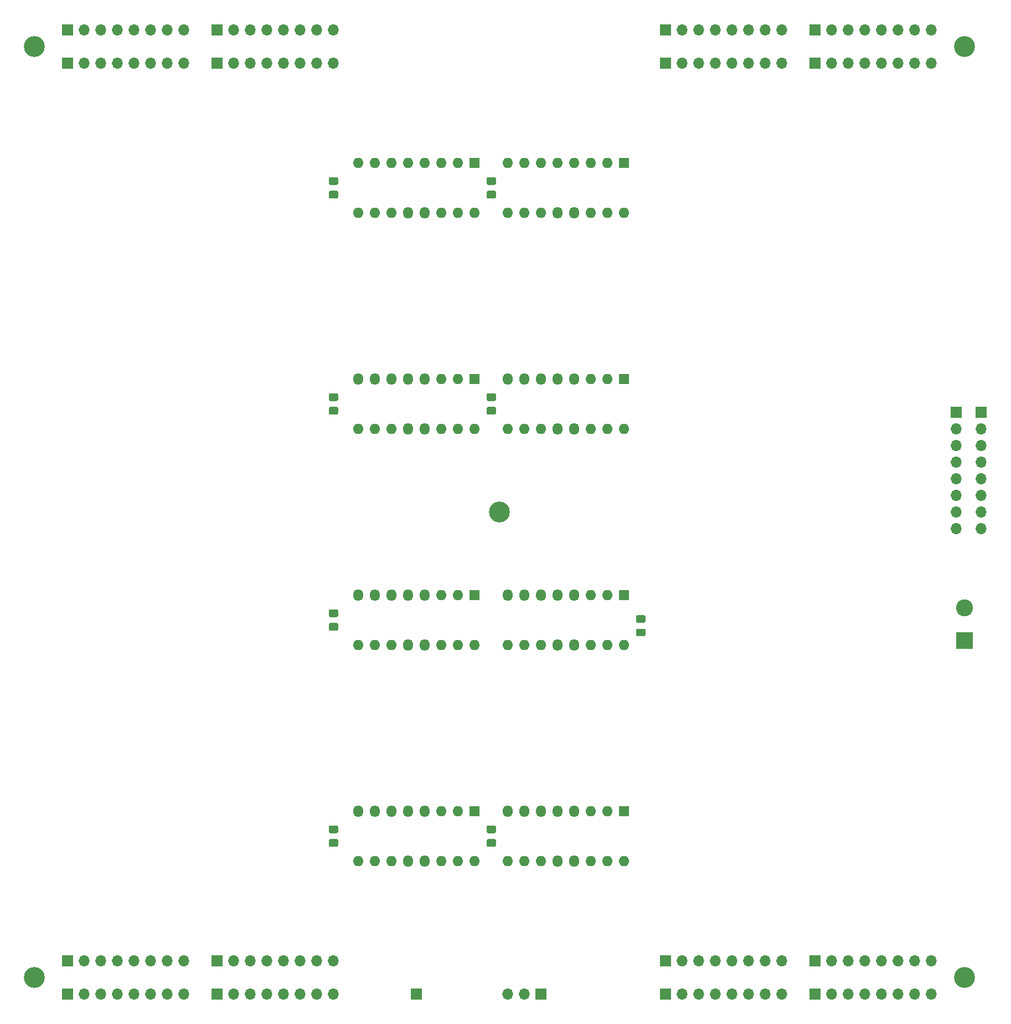
<source format=gbr>
%TF.GenerationSoftware,KiCad,Pcbnew,(5.1.8)-1*%
%TF.CreationDate,2022-06-07T22:38:19+03:00*%
%TF.ProjectId,MUX,4d55582e-6b69-4636-9164-5f7063625858,rev?*%
%TF.SameCoordinates,Original*%
%TF.FileFunction,Soldermask,Top*%
%TF.FilePolarity,Negative*%
%FSLAX46Y46*%
G04 Gerber Fmt 4.6, Leading zero omitted, Abs format (unit mm)*
G04 Created by KiCad (PCBNEW (5.1.8)-1) date 2022-06-07 22:38:19*
%MOMM*%
%LPD*%
G01*
G04 APERTURE LIST*
%ADD10R,1.700000X1.700000*%
%ADD11O,1.700000X1.700000*%
%ADD12R,1.600000X1.600000*%
%ADD13O,1.600000X1.600000*%
%ADD14O,1.500000X1.800000*%
%ADD15R,2.600000X2.600000*%
%ADD16C,2.600000*%
%ADD17C,3.200000*%
G04 APERTURE END LIST*
D10*
%TO.C,J1*%
X39370000Y-35560000D03*
D11*
X41910000Y-35560000D03*
X44450000Y-35560000D03*
X46990000Y-35560000D03*
X49530000Y-35560000D03*
X52070000Y-35560000D03*
X54610000Y-35560000D03*
X57150000Y-35560000D03*
%TD*%
D10*
%TO.C,J2*%
X130810000Y-35560000D03*
D11*
X133350000Y-35560000D03*
X135890000Y-35560000D03*
X138430000Y-35560000D03*
X140970000Y-35560000D03*
X143510000Y-35560000D03*
X146050000Y-35560000D03*
X148590000Y-35560000D03*
%TD*%
%TO.C,J3*%
X57150000Y-177800000D03*
X54610000Y-177800000D03*
X52070000Y-177800000D03*
X49530000Y-177800000D03*
X46990000Y-177800000D03*
X44450000Y-177800000D03*
X41910000Y-177800000D03*
D10*
X39370000Y-177800000D03*
%TD*%
D11*
%TO.C,J4*%
X148590000Y-177800000D03*
X146050000Y-177800000D03*
X143510000Y-177800000D03*
X140970000Y-177800000D03*
X138430000Y-177800000D03*
X135890000Y-177800000D03*
X133350000Y-177800000D03*
D10*
X130810000Y-177800000D03*
%TD*%
%TO.C,J5*%
X62230000Y-30480000D03*
D11*
X64770000Y-30480000D03*
X67310000Y-30480000D03*
X69850000Y-30480000D03*
X72390000Y-30480000D03*
X74930000Y-30480000D03*
X77470000Y-30480000D03*
X80010000Y-30480000D03*
%TD*%
D10*
%TO.C,J6*%
X153670000Y-30480000D03*
D11*
X156210000Y-30480000D03*
X158750000Y-30480000D03*
X161290000Y-30480000D03*
X163830000Y-30480000D03*
X166370000Y-30480000D03*
X168910000Y-30480000D03*
X171450000Y-30480000D03*
%TD*%
%TO.C,J7*%
X80010000Y-177800000D03*
X77470000Y-177800000D03*
X74930000Y-177800000D03*
X72390000Y-177800000D03*
X69850000Y-177800000D03*
X67310000Y-177800000D03*
X64770000Y-177800000D03*
D10*
X62230000Y-177800000D03*
%TD*%
D11*
%TO.C,J8*%
X171450000Y-172720000D03*
X168910000Y-172720000D03*
X166370000Y-172720000D03*
X163830000Y-172720000D03*
X161290000Y-172720000D03*
X158750000Y-172720000D03*
X156210000Y-172720000D03*
D10*
X153670000Y-172720000D03*
%TD*%
D12*
%TO.C,U1*%
X101600000Y-50800000D03*
D13*
X83820000Y-58420000D03*
X99060000Y-50800000D03*
X86360000Y-58420000D03*
X96520000Y-50800000D03*
X88900000Y-58420000D03*
X93980000Y-50800000D03*
D14*
X91440000Y-58420000D03*
D13*
X91440000Y-50800000D03*
D14*
X93980000Y-58420000D03*
D13*
X88900000Y-50800000D03*
X96520000Y-58420000D03*
X86360000Y-50800000D03*
X99060000Y-58420000D03*
X83820000Y-50800000D03*
X101600000Y-58420000D03*
%TD*%
%TO.C,U2*%
X124460000Y-58420000D03*
X106680000Y-50800000D03*
X121920000Y-58420000D03*
X109220000Y-50800000D03*
X119380000Y-58420000D03*
X111760000Y-50800000D03*
D14*
X116840000Y-58420000D03*
D13*
X114300000Y-50800000D03*
D14*
X114300000Y-58420000D03*
D13*
X116840000Y-50800000D03*
X111760000Y-58420000D03*
X119380000Y-50800000D03*
X109220000Y-58420000D03*
X121920000Y-50800000D03*
X106680000Y-58420000D03*
D12*
X124460000Y-50800000D03*
%TD*%
%TO.C,U3*%
X101600000Y-83820000D03*
D13*
X83820000Y-91440000D03*
X99060000Y-83820000D03*
X86360000Y-91440000D03*
X96520000Y-83820000D03*
X88900000Y-91440000D03*
D14*
X93980000Y-83820000D03*
X91440000Y-91440000D03*
X91440000Y-83820000D03*
X93980000Y-91440000D03*
X88900000Y-83820000D03*
D13*
X96520000Y-91440000D03*
D14*
X86360000Y-83820000D03*
D13*
X99060000Y-91440000D03*
D14*
X83820000Y-83820000D03*
D13*
X101600000Y-91440000D03*
%TD*%
%TO.C,U4*%
X124460000Y-91440000D03*
D14*
X106680000Y-83820000D03*
D13*
X121920000Y-91440000D03*
D14*
X109220000Y-83820000D03*
D13*
X119380000Y-91440000D03*
D14*
X111760000Y-83820000D03*
X116840000Y-91440000D03*
X114300000Y-83820000D03*
X114300000Y-91440000D03*
X116840000Y-83820000D03*
D13*
X111760000Y-91440000D03*
X119380000Y-83820000D03*
X109220000Y-91440000D03*
X121920000Y-83820000D03*
X106680000Y-91440000D03*
D12*
X124460000Y-83820000D03*
%TD*%
%TO.C,U5*%
X101600000Y-116840000D03*
D13*
X83820000Y-124460000D03*
X99060000Y-116840000D03*
X86360000Y-124460000D03*
X96520000Y-116840000D03*
X88900000Y-124460000D03*
D14*
X93980000Y-116840000D03*
X91440000Y-124460000D03*
X91440000Y-116840000D03*
X93980000Y-124460000D03*
X88900000Y-116840000D03*
D13*
X96520000Y-124460000D03*
D14*
X86360000Y-116840000D03*
D13*
X99060000Y-124460000D03*
D14*
X83820000Y-116840000D03*
D13*
X101600000Y-124460000D03*
%TD*%
%TO.C,U6*%
X124460000Y-124460000D03*
D14*
X106680000Y-116840000D03*
D13*
X121920000Y-124460000D03*
D14*
X109220000Y-116840000D03*
D13*
X119380000Y-124460000D03*
D14*
X111760000Y-116840000D03*
X116840000Y-124460000D03*
X114300000Y-116840000D03*
X114300000Y-124460000D03*
X116840000Y-116840000D03*
D13*
X111760000Y-124460000D03*
X119380000Y-116840000D03*
X109220000Y-124460000D03*
X121920000Y-116840000D03*
X106680000Y-124460000D03*
D12*
X124460000Y-116840000D03*
%TD*%
%TO.C,U7*%
X101600000Y-149860000D03*
D13*
X83820000Y-157480000D03*
X99060000Y-149860000D03*
X86360000Y-157480000D03*
X96520000Y-149860000D03*
X88900000Y-157480000D03*
D14*
X93980000Y-149860000D03*
X91440000Y-157480000D03*
X91440000Y-149860000D03*
X93980000Y-157480000D03*
X88900000Y-149860000D03*
D13*
X96520000Y-157480000D03*
D14*
X86360000Y-149860000D03*
D13*
X99060000Y-157480000D03*
D14*
X83820000Y-149860000D03*
D13*
X101600000Y-157480000D03*
%TD*%
%TO.C,U8*%
X124460000Y-157480000D03*
D14*
X106680000Y-149860000D03*
D13*
X121920000Y-157480000D03*
D14*
X109220000Y-149860000D03*
D13*
X119380000Y-157480000D03*
D14*
X111760000Y-149860000D03*
X116840000Y-157480000D03*
X114300000Y-149860000D03*
X114300000Y-157480000D03*
X116840000Y-149860000D03*
D13*
X111760000Y-157480000D03*
X119380000Y-149860000D03*
X109220000Y-157480000D03*
X121920000Y-149860000D03*
X106680000Y-157480000D03*
D12*
X124460000Y-149860000D03*
%TD*%
D15*
%TO.C,J9*%
X176530000Y-123825000D03*
D16*
X176530000Y-118825000D03*
%TD*%
D10*
%TO.C,J10*%
X111760000Y-177800000D03*
D11*
X109220000Y-177800000D03*
X106680000Y-177800000D03*
%TD*%
D10*
%TO.C,J11*%
X175260000Y-88900000D03*
D11*
X175260000Y-91440000D03*
X175260000Y-93980000D03*
X175260000Y-96520000D03*
X175260000Y-99060000D03*
X175260000Y-101600000D03*
X175260000Y-104140000D03*
X175260000Y-106680000D03*
%TD*%
%TO.C,C1*%
G36*
G01*
X80485000Y-56235000D02*
X79535000Y-56235000D01*
G75*
G02*
X79285000Y-55985000I0J250000D01*
G01*
X79285000Y-55310000D01*
G75*
G02*
X79535000Y-55060000I250000J0D01*
G01*
X80485000Y-55060000D01*
G75*
G02*
X80735000Y-55310000I0J-250000D01*
G01*
X80735000Y-55985000D01*
G75*
G02*
X80485000Y-56235000I-250000J0D01*
G01*
G37*
G36*
G01*
X80485000Y-54160000D02*
X79535000Y-54160000D01*
G75*
G02*
X79285000Y-53910000I0J250000D01*
G01*
X79285000Y-53235000D01*
G75*
G02*
X79535000Y-52985000I250000J0D01*
G01*
X80485000Y-52985000D01*
G75*
G02*
X80735000Y-53235000I0J-250000D01*
G01*
X80735000Y-53910000D01*
G75*
G02*
X80485000Y-54160000I-250000J0D01*
G01*
G37*
%TD*%
%TO.C,C2*%
G36*
G01*
X80485000Y-87180000D02*
X79535000Y-87180000D01*
G75*
G02*
X79285000Y-86930000I0J250000D01*
G01*
X79285000Y-86255000D01*
G75*
G02*
X79535000Y-86005000I250000J0D01*
G01*
X80485000Y-86005000D01*
G75*
G02*
X80735000Y-86255000I0J-250000D01*
G01*
X80735000Y-86930000D01*
G75*
G02*
X80485000Y-87180000I-250000J0D01*
G01*
G37*
G36*
G01*
X80485000Y-89255000D02*
X79535000Y-89255000D01*
G75*
G02*
X79285000Y-89005000I0J250000D01*
G01*
X79285000Y-88330000D01*
G75*
G02*
X79535000Y-88080000I250000J0D01*
G01*
X80485000Y-88080000D01*
G75*
G02*
X80735000Y-88330000I0J-250000D01*
G01*
X80735000Y-89005000D01*
G75*
G02*
X80485000Y-89255000I-250000J0D01*
G01*
G37*
%TD*%
%TO.C,C3*%
G36*
G01*
X80485000Y-122275000D02*
X79535000Y-122275000D01*
G75*
G02*
X79285000Y-122025000I0J250000D01*
G01*
X79285000Y-121350000D01*
G75*
G02*
X79535000Y-121100000I250000J0D01*
G01*
X80485000Y-121100000D01*
G75*
G02*
X80735000Y-121350000I0J-250000D01*
G01*
X80735000Y-122025000D01*
G75*
G02*
X80485000Y-122275000I-250000J0D01*
G01*
G37*
G36*
G01*
X80485000Y-120200000D02*
X79535000Y-120200000D01*
G75*
G02*
X79285000Y-119950000I0J250000D01*
G01*
X79285000Y-119275000D01*
G75*
G02*
X79535000Y-119025000I250000J0D01*
G01*
X80485000Y-119025000D01*
G75*
G02*
X80735000Y-119275000I0J-250000D01*
G01*
X80735000Y-119950000D01*
G75*
G02*
X80485000Y-120200000I-250000J0D01*
G01*
G37*
%TD*%
%TO.C,C4*%
G36*
G01*
X80485000Y-153220000D02*
X79535000Y-153220000D01*
G75*
G02*
X79285000Y-152970000I0J250000D01*
G01*
X79285000Y-152295000D01*
G75*
G02*
X79535000Y-152045000I250000J0D01*
G01*
X80485000Y-152045000D01*
G75*
G02*
X80735000Y-152295000I0J-250000D01*
G01*
X80735000Y-152970000D01*
G75*
G02*
X80485000Y-153220000I-250000J0D01*
G01*
G37*
G36*
G01*
X80485000Y-155295000D02*
X79535000Y-155295000D01*
G75*
G02*
X79285000Y-155045000I0J250000D01*
G01*
X79285000Y-154370000D01*
G75*
G02*
X79535000Y-154120000I250000J0D01*
G01*
X80485000Y-154120000D01*
G75*
G02*
X80735000Y-154370000I0J-250000D01*
G01*
X80735000Y-155045000D01*
G75*
G02*
X80485000Y-155295000I-250000J0D01*
G01*
G37*
%TD*%
%TO.C,C5*%
G36*
G01*
X104615000Y-56235000D02*
X103665000Y-56235000D01*
G75*
G02*
X103415000Y-55985000I0J250000D01*
G01*
X103415000Y-55310000D01*
G75*
G02*
X103665000Y-55060000I250000J0D01*
G01*
X104615000Y-55060000D01*
G75*
G02*
X104865000Y-55310000I0J-250000D01*
G01*
X104865000Y-55985000D01*
G75*
G02*
X104615000Y-56235000I-250000J0D01*
G01*
G37*
G36*
G01*
X104615000Y-54160000D02*
X103665000Y-54160000D01*
G75*
G02*
X103415000Y-53910000I0J250000D01*
G01*
X103415000Y-53235000D01*
G75*
G02*
X103665000Y-52985000I250000J0D01*
G01*
X104615000Y-52985000D01*
G75*
G02*
X104865000Y-53235000I0J-250000D01*
G01*
X104865000Y-53910000D01*
G75*
G02*
X104615000Y-54160000I-250000J0D01*
G01*
G37*
%TD*%
%TO.C,C6*%
G36*
G01*
X104615000Y-87180000D02*
X103665000Y-87180000D01*
G75*
G02*
X103415000Y-86930000I0J250000D01*
G01*
X103415000Y-86255000D01*
G75*
G02*
X103665000Y-86005000I250000J0D01*
G01*
X104615000Y-86005000D01*
G75*
G02*
X104865000Y-86255000I0J-250000D01*
G01*
X104865000Y-86930000D01*
G75*
G02*
X104615000Y-87180000I-250000J0D01*
G01*
G37*
G36*
G01*
X104615000Y-89255000D02*
X103665000Y-89255000D01*
G75*
G02*
X103415000Y-89005000I0J250000D01*
G01*
X103415000Y-88330000D01*
G75*
G02*
X103665000Y-88080000I250000J0D01*
G01*
X104615000Y-88080000D01*
G75*
G02*
X104865000Y-88330000I0J-250000D01*
G01*
X104865000Y-89005000D01*
G75*
G02*
X104615000Y-89255000I-250000J0D01*
G01*
G37*
%TD*%
%TO.C,C7*%
G36*
G01*
X127475000Y-123142500D02*
X126525000Y-123142500D01*
G75*
G02*
X126275000Y-122892500I0J250000D01*
G01*
X126275000Y-122217500D01*
G75*
G02*
X126525000Y-121967500I250000J0D01*
G01*
X127475000Y-121967500D01*
G75*
G02*
X127725000Y-122217500I0J-250000D01*
G01*
X127725000Y-122892500D01*
G75*
G02*
X127475000Y-123142500I-250000J0D01*
G01*
G37*
G36*
G01*
X127475000Y-121067500D02*
X126525000Y-121067500D01*
G75*
G02*
X126275000Y-120817500I0J250000D01*
G01*
X126275000Y-120142500D01*
G75*
G02*
X126525000Y-119892500I250000J0D01*
G01*
X127475000Y-119892500D01*
G75*
G02*
X127725000Y-120142500I0J-250000D01*
G01*
X127725000Y-120817500D01*
G75*
G02*
X127475000Y-121067500I-250000J0D01*
G01*
G37*
%TD*%
%TO.C,C8*%
G36*
G01*
X104615000Y-153220000D02*
X103665000Y-153220000D01*
G75*
G02*
X103415000Y-152970000I0J250000D01*
G01*
X103415000Y-152295000D01*
G75*
G02*
X103665000Y-152045000I250000J0D01*
G01*
X104615000Y-152045000D01*
G75*
G02*
X104865000Y-152295000I0J-250000D01*
G01*
X104865000Y-152970000D01*
G75*
G02*
X104615000Y-153220000I-250000J0D01*
G01*
G37*
G36*
G01*
X104615000Y-155295000D02*
X103665000Y-155295000D01*
G75*
G02*
X103415000Y-155045000I0J250000D01*
G01*
X103415000Y-154370000D01*
G75*
G02*
X103665000Y-154120000I250000J0D01*
G01*
X104615000Y-154120000D01*
G75*
G02*
X104865000Y-154370000I0J-250000D01*
G01*
X104865000Y-155045000D01*
G75*
G02*
X104615000Y-155295000I-250000J0D01*
G01*
G37*
%TD*%
D17*
%TO.C,H1*%
X34290000Y-33020000D03*
%TD*%
%TO.C,H2*%
X105410000Y-104140000D03*
%TD*%
%TO.C,H3*%
X34290000Y-175260000D03*
%TD*%
%TO.C,H4*%
X176530000Y-33020000D03*
%TD*%
%TO.C,H5*%
X176530000Y-175260000D03*
%TD*%
D10*
%TO.C,J12*%
X39370000Y-30480000D03*
D11*
X41910000Y-30480000D03*
X44450000Y-30480000D03*
X46990000Y-30480000D03*
X49530000Y-30480000D03*
X52070000Y-30480000D03*
X54610000Y-30480000D03*
X57150000Y-30480000D03*
%TD*%
D10*
%TO.C,J13*%
X130810000Y-30480000D03*
D11*
X133350000Y-30480000D03*
X135890000Y-30480000D03*
X138430000Y-30480000D03*
X140970000Y-30480000D03*
X143510000Y-30480000D03*
X146050000Y-30480000D03*
X148590000Y-30480000D03*
%TD*%
%TO.C,J14*%
X57150000Y-172720000D03*
X54610000Y-172720000D03*
X52070000Y-172720000D03*
X49530000Y-172720000D03*
X46990000Y-172720000D03*
X44450000Y-172720000D03*
X41910000Y-172720000D03*
D10*
X39370000Y-172720000D03*
%TD*%
D11*
%TO.C,J15*%
X148590000Y-172720000D03*
X146050000Y-172720000D03*
X143510000Y-172720000D03*
X140970000Y-172720000D03*
X138430000Y-172720000D03*
X135890000Y-172720000D03*
X133350000Y-172720000D03*
D10*
X130810000Y-172720000D03*
%TD*%
%TO.C,J16*%
X62230000Y-35560000D03*
D11*
X64770000Y-35560000D03*
X67310000Y-35560000D03*
X69850000Y-35560000D03*
X72390000Y-35560000D03*
X74930000Y-35560000D03*
X77470000Y-35560000D03*
X80010000Y-35560000D03*
%TD*%
D10*
%TO.C,J17*%
X153670000Y-35560000D03*
D11*
X156210000Y-35560000D03*
X158750000Y-35560000D03*
X161290000Y-35560000D03*
X163830000Y-35560000D03*
X166370000Y-35560000D03*
X168910000Y-35560000D03*
X171450000Y-35560000D03*
%TD*%
%TO.C,J18*%
X80010000Y-172720000D03*
X77470000Y-172720000D03*
X74930000Y-172720000D03*
X72390000Y-172720000D03*
X69850000Y-172720000D03*
X67310000Y-172720000D03*
X64770000Y-172720000D03*
D10*
X62230000Y-172720000D03*
%TD*%
D11*
%TO.C,J19*%
X171450000Y-177800000D03*
X168910000Y-177800000D03*
X166370000Y-177800000D03*
X163830000Y-177800000D03*
X161290000Y-177800000D03*
X158750000Y-177800000D03*
X156210000Y-177800000D03*
D10*
X153670000Y-177800000D03*
%TD*%
%TO.C,J20*%
X92710000Y-177800000D03*
%TD*%
%TO.C,J21*%
X179070000Y-88900000D03*
D11*
X179070000Y-91440000D03*
X179070000Y-93980000D03*
X179070000Y-96520000D03*
X179070000Y-99060000D03*
X179070000Y-101600000D03*
X179070000Y-104140000D03*
X179070000Y-106680000D03*
%TD*%
M02*

</source>
